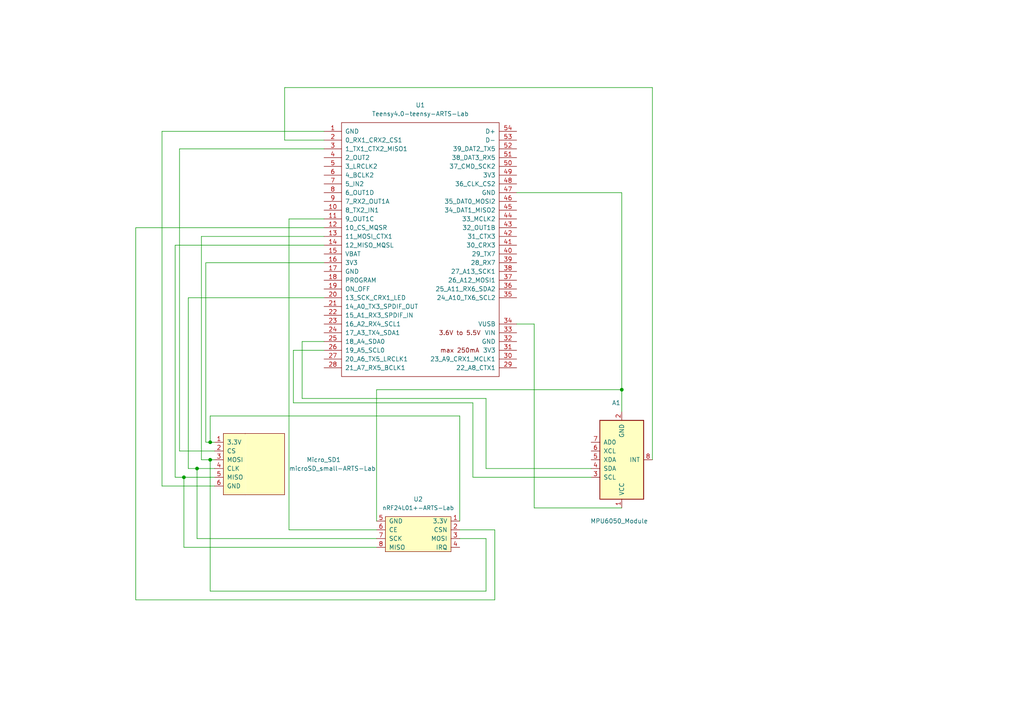
<source format=kicad_sch>
(kicad_sch (version 20230121) (generator eeschema)
  (paper "A4")
  (lib_symbols
    (symbol "Charleslabs_Parts:MPU6050_Module" (pin_names (offset 1.016))
      (property "Reference" "A" (at -5.08 12.7 0))
      (property "Value" "MPU6050_Module" (at 8.89 12.7 0))
      (symbol "MPU6050_Module_0_1"
        (rectangle (start -6.35 11.43) (end 6.35 -11.43) (stroke (width 0.254)) (fill (type background)))
      )
      (symbol "MPU6050_Module_1_1"
        (pin power_in line (at 0 13.97 270) (length 2.54) (name "VCC") (number "1"))
        (pin power_in line (at 0 -13.97 90) (length 2.54) (name "GND") (number "2"))
        (pin input line (at -8.89 5.08 0) (length 2.54) (name "SCL") (number "3"))
        (pin input line (at -8.89 2.54 0) (length 2.54) (name "SDA") (number "4"))
        (pin input line (at -8.89 0 0) (length 2.54) (name "XDA") (number "5"))
        (pin input line (at -8.89 -2.54 0) (length 2.54) (name "XCL") (number "6"))
        (pin input line (at -8.89 -5.08 0) (length 2.54) (name "AD0") (number "7"))
        (pin output line (at 8.89 0 180) (length 2.54) (name "INT") (number "8"))
      )
    )
    (symbol "Vibration_Sensor-rescue:Teensy4.0-teensy-ARTS-Lab" (pin_names (offset 1.016))
      (property "Reference" "U" (at 0 39.37 0))
      (property "Value" "Teensy4.0-teensy-ARTS-Lab" (at 0 -39.37 0))
      (symbol "Teensy4.0-teensy-ARTS-Lab_0_0"
        (text "3.6V to 5.5V" (at 11.43 -24.13 0) (effects (font (size 1.27 1.27))))
        (text "max 250mA" (at 11.43 -29.21 0) (effects (font (size 1.27 1.27))))
        (pin bidirectional line (at -27.94 11.43 0) (length 5.08) (name "8_TX2_IN1") (number "10"))
        (pin bidirectional line (at -27.94 8.89 0) (length 5.08) (name "9_OUT1C") (number "11"))
        (pin bidirectional line (at -27.94 6.35 0) (length 5.08) (name "10_CS_MQSR") (number "12"))
        (pin bidirectional line (at -27.94 3.81 0) (length 5.08) (name "11_MOSI_CTX1") (number "13"))
        (pin bidirectional line (at -27.94 1.27 0) (length 5.08) (name "12_MISO_MQSL") (number "14"))
        (pin power_in line (at -27.94 -1.27 0) (length 5.08) (name "VBAT") (number "15"))
        (pin power_in line (at -27.94 -3.81 0) (length 5.08) (name "3V3") (number "16"))
        (pin power_in line (at -27.94 -6.35 0) (length 5.08) (name "GND") (number "17"))
        (pin input line (at -27.94 -8.89 0) (length 5.08) (name "PROGRAM") (number "18"))
        (pin input line (at -27.94 -11.43 0) (length 5.08) (name "ON_OFF") (number "19"))
        (pin bidirectional line (at -27.94 -13.97 0) (length 5.08) (name "13_SCK_CRX1_LED") (number "20"))
        (pin bidirectional line (at -27.94 -16.51 0) (length 5.08) (name "14_A0_TX3_SPDIF_OUT") (number "21"))
        (pin bidirectional line (at -27.94 -19.05 0) (length 5.08) (name "15_A1_RX3_SPDIF_IN") (number "22"))
        (pin bidirectional line (at -27.94 -21.59 0) (length 5.08) (name "16_A2_RX4_SCL1") (number "23"))
        (pin bidirectional line (at -27.94 -24.13 0) (length 5.08) (name "17_A3_TX4_SDA1") (number "24"))
        (pin bidirectional line (at -27.94 -26.67 0) (length 5.08) (name "18_A4_SDA0") (number "25"))
        (pin bidirectional line (at -27.94 -29.21 0) (length 5.08) (name "19_A5_SCL0") (number "26"))
        (pin bidirectional line (at -27.94 -31.75 0) (length 5.08) (name "20_A6_TX5_LRCLK1") (number "27"))
        (pin bidirectional line (at -27.94 -34.29 0) (length 5.08) (name "21_A7_RX5_BCLK1") (number "28"))
        (pin bidirectional line (at 27.94 -34.29 180) (length 5.08) (name "22_A8_CTX1") (number "29"))
        (pin bidirectional line (at 27.94 -31.75 180) (length 5.08) (name "23_A9_CRX1_MCLK1") (number "30"))
        (pin power_out line (at 27.94 -29.21 180) (length 5.08) (name "3V3") (number "31"))
        (pin power_in line (at 27.94 -26.67 180) (length 5.08) (name "GND") (number "32"))
        (pin power_in line (at 27.94 -24.13 180) (length 5.08) (name "VIN") (number "33"))
        (pin power_out line (at 27.94 -21.59 180) (length 5.08) (name "VUSB") (number "34"))
        (pin bidirectional line (at 27.94 -13.97 180) (length 5.08) (name "24_A10_TX6_SCL2") (number "35"))
        (pin bidirectional line (at 27.94 -11.43 180) (length 5.08) (name "25_A11_RX6_SDA2") (number "36"))
        (pin bidirectional line (at 27.94 -8.89 180) (length 5.08) (name "26_A12_MOSI1") (number "37"))
        (pin bidirectional line (at 27.94 -6.35 180) (length 5.08) (name "27_A13_SCK1") (number "38"))
        (pin bidirectional line (at 27.94 -3.81 180) (length 5.08) (name "28_RX7") (number "39"))
        (pin bidirectional line (at 27.94 -1.27 180) (length 5.08) (name "29_TX7") (number "40"))
        (pin bidirectional line (at 27.94 1.27 180) (length 5.08) (name "30_CRX3") (number "41"))
        (pin bidirectional line (at 27.94 3.81 180) (length 5.08) (name "31_CTX3") (number "42"))
        (pin bidirectional line (at 27.94 6.35 180) (length 5.08) (name "32_OUT1B") (number "43"))
        (pin bidirectional line (at 27.94 8.89 180) (length 5.08) (name "33_MCLK2") (number "44"))
        (pin bidirectional line (at 27.94 11.43 180) (length 5.08) (name "34_DAT1_MISO2") (number "45"))
        (pin bidirectional line (at 27.94 13.97 180) (length 5.08) (name "35_DAT0_MOSI2") (number "46"))
        (pin power_out line (at 27.94 16.51 180) (length 5.08) (name "GND") (number "47"))
        (pin bidirectional line (at 27.94 19.05 180) (length 5.08) (name "36_CLK_CS2") (number "48"))
        (pin power_out line (at 27.94 21.59 180) (length 5.08) (name "3V3") (number "49"))
        (pin bidirectional line (at -27.94 24.13 0) (length 5.08) (name "3_LRCLK2") (number "5"))
        (pin bidirectional line (at 27.94 24.13 180) (length 5.08) (name "37_CMD_SCK2") (number "50"))
        (pin bidirectional line (at 27.94 26.67 180) (length 5.08) (name "38_DAT3_RX5") (number "51"))
        (pin bidirectional line (at 27.94 29.21 180) (length 5.08) (name "39_DAT2_TX5") (number "52"))
        (pin bidirectional line (at 27.94 31.75 180) (length 5.08) (name "D-") (number "53"))
        (pin bidirectional line (at 27.94 34.29 180) (length 5.08) (name "D+") (number "54"))
        (pin bidirectional line (at -27.94 21.59 0) (length 5.08) (name "4_BCLK2") (number "6"))
        (pin bidirectional line (at -27.94 19.05 0) (length 5.08) (name "5_IN2") (number "7"))
        (pin bidirectional line (at -27.94 16.51 0) (length 5.08) (name "6_OUT1D") (number "8"))
        (pin bidirectional line (at -27.94 13.97 0) (length 5.08) (name "7_RX2_OUT1A") (number "9"))
      )
      (symbol "Teensy4.0-teensy-ARTS-Lab_0_1"
        (rectangle (start -22.86 36.83) (end 22.86 -36.83))
        (rectangle (start -20.32 -31.75) (end -20.32 -31.75))
      )
      (symbol "Teensy4.0-teensy-ARTS-Lab_1_1"
        (pin power_in line (at -27.94 34.29 0) (length 5.08) (name "GND") (number "1"))
        (pin bidirectional line (at -27.94 31.75 0) (length 5.08) (name "0_RX1_CRX2_CS1") (number "2"))
        (pin bidirectional line (at -27.94 29.21 0) (length 5.08) (name "1_TX1_CTX2_MISO1") (number "3"))
        (pin bidirectional line (at -27.94 26.67 0) (length 5.08) (name "2_OUT2") (number "4"))
      )
    )
    (symbol "Vibration_Sensor-rescue:microSD_small-ARTS-Lab" (pin_names (offset 1.016))
      (property "Reference" "Micro_SD" (at 0 -7.62 0))
      (property "Value" "microSD_small-ARTS-Lab" (at 0 -3.81 0))
      (symbol "microSD_small-ARTS-Lab_0_1"
        (polyline (pts (xy -8.89 -11.43) (xy -8.89 -17.78) (xy 8.89 -17.78) (xy 8.89 -11.43)) (fill (type background)))
        (polyline (pts (xy -8.89 -11.43) (xy -8.89 0) (xy 8.89 0) (xy 8.89 -11.43)) (fill (type background)))
      )
      (symbol "microSD_small-ARTS-Lab_1_1"
        (pin input line (at -6.35 -20.32 90) (length 2.54) (name "3.3V") (number "1"))
        (pin input line (at -3.81 -20.32 90) (length 2.54) (name "CS") (number "2"))
        (pin input line (at -1.27 -20.32 90) (length 2.54) (name "MOSI") (number "3"))
        (pin input line (at 1.27 -20.32 90) (length 2.54) (name "CLK") (number "4"))
        (pin input line (at 3.81 -20.32 90) (length 2.54) (name "MISO") (number "5"))
        (pin input line (at 6.35 -20.32 90) (length 2.54) (name "GND") (number "6"))
      )
    )
    (symbol "Vibration_Sensor-rescue:nRF24L01+-ARTS-Lab" (pin_names (offset 1.016))
      (property "Reference" "U" (at 0 -12.7 0))
      (property "Value" "nRF24L01+-ARTS-Lab" (at 1.27 -10.16 0))
      (symbol "nRF24L01+-ARTS-Lab_0_1"
        (rectangle (start -3.81 0) (end 6.35 -19.05) (fill (type background)))
      )
      (symbol "nRF24L01+-ARTS-Lab_1_1"
        (pin input line (at -2.54 2.54 270) (length 2.54) (name "3.3V") (number "1"))
        (pin input line (at 0 2.54 270) (length 2.54) (name "CSN") (number "2"))
        (pin input line (at 2.54 2.54 270) (length 2.54) (name "MOSI") (number "3"))
        (pin input line (at 5.08 2.54 270) (length 2.54) (name "IRQ") (number "4"))
        (pin input line (at -2.54 -21.59 90) (length 2.54) (name "GND") (number "5"))
        (pin input line (at 0 -21.59 90) (length 2.54) (name "CE") (number "6"))
        (pin input line (at 2.54 -21.59 90) (length 2.54) (name "SCK") (number "7"))
        (pin input line (at 5.08 -21.59 90) (length 2.54) (name "MISO") (number "8"))
      )
    )
  )
  (junction (at 60.96 128.27))
  (junction (at 60.96 133.35))
  (junction (at 180.34 113.03))
  (junction (at 53.34 138.43))
  (junction (at 57.15 135.89))
  (wire (pts (xy 85.09 116.84) (xy 85.09 101.6)))
  (wire (pts (xy 143.51 153.67) (xy 133.35 153.67)))
  (wire (pts (xy 58.42 133.35) (xy 60.96 133.35)))
  (wire (pts (xy 57.15 135.89) (xy 62.23 135.89)))
  (wire (pts (xy 53.34 138.43) (xy 62.23 138.43)))
  (wire (pts (xy 59.69 128.27) (xy 60.96 128.27)))
  (wire (pts (xy 60.96 171.45) (xy 60.96 133.35)))
  (wire (pts (xy 140.97 156.21) (xy 140.97 171.45)))
  (wire (pts (xy 87.63 99.06) (xy 87.63 115.57)))
  (wire (pts (xy 52.07 43.18) (xy 52.07 130.81)))
  (wire (pts (xy 60.96 133.35) (xy 62.23 133.35)))
  (wire (pts (xy 137.16 138.43) (xy 171.45 138.43)))
  (wire (pts (xy 133.35 151.13) (xy 133.35 120.65)))
  (wire (pts (xy 53.34 158.75) (xy 53.34 138.43)))
  (wire (pts (xy 50.8 138.43) (xy 53.34 138.43)))
  (wire (pts (xy 93.98 71.12) (xy 50.8 71.12)))
  (wire (pts (xy 149.86 93.98) (xy 154.94 93.98)))
  (wire (pts (xy 52.07 130.81) (xy 62.23 130.81)))
  (wire (pts (xy 58.42 68.58) (xy 58.42 133.35)))
  (wire (pts (xy 57.15 156.21) (xy 57.15 135.89)))
  (wire (pts (xy 46.99 38.1) (xy 46.99 140.97)))
  (wire (pts (xy 83.82 63.5) (xy 93.98 63.5)))
  (wire (pts (xy 39.37 66.04) (xy 39.37 173.99)))
  (wire (pts (xy 93.98 40.64) (xy 82.55 40.64)))
  (wire (pts (xy 140.97 115.57) (xy 140.97 135.89)))
  (wire (pts (xy 109.22 153.67) (xy 83.82 153.67)))
  (wire (pts (xy 93.98 86.36) (xy 54.61 86.36)))
  (wire (pts (xy 85.09 101.6) (xy 93.98 101.6)))
  (wire (pts (xy 60.96 171.45) (xy 140.97 171.45)))
  (wire (pts (xy 54.61 135.89) (xy 57.15 135.89)))
  (wire (pts (xy 149.86 55.88) (xy 180.34 55.88)))
  (wire (pts (xy 137.16 138.43) (xy 137.16 116.84)))
  (wire (pts (xy 54.61 86.36) (xy 54.61 135.89)))
  (wire (pts (xy 93.98 68.58) (xy 58.42 68.58)))
  (wire (pts (xy 82.55 40.64) (xy 82.55 25.4)))
  (wire (pts (xy 140.97 135.89) (xy 171.45 135.89)))
  (wire (pts (xy 83.82 153.67) (xy 83.82 63.5)))
  (wire (pts (xy 189.23 25.4) (xy 189.23 133.35)))
  (wire (pts (xy 133.35 156.21) (xy 140.97 156.21)))
  (wire (pts (xy 93.98 66.04) (xy 39.37 66.04)))
  (wire (pts (xy 109.22 158.75) (xy 53.34 158.75)))
  (wire (pts (xy 93.98 43.18) (xy 52.07 43.18)))
  (wire (pts (xy 60.96 128.27) (xy 62.23 128.27)))
  (wire (pts (xy 133.35 120.65) (xy 60.96 120.65)))
  (wire (pts (xy 154.94 147.32) (xy 180.34 147.32)))
  (wire (pts (xy 82.55 25.4) (xy 189.23 25.4)))
  (wire (pts (xy 93.98 38.1) (xy 46.99 38.1)))
  (wire (pts (xy 46.99 140.97) (xy 62.23 140.97)))
  (wire (pts (xy 93.98 99.06) (xy 87.63 99.06)))
  (wire (pts (xy 60.96 120.65) (xy 60.96 128.27)))
  (wire (pts (xy 93.98 76.2) (xy 59.69 76.2)))
  (wire (pts (xy 109.22 151.13) (xy 109.22 113.03)))
  (wire (pts (xy 50.8 71.12) (xy 50.8 138.43)))
  (wire (pts (xy 87.63 115.57) (xy 140.97 115.57)))
  (wire (pts (xy 137.16 116.84) (xy 85.09 116.84)))
  (wire (pts (xy 143.51 173.99) (xy 143.51 153.67)))
  (wire (pts (xy 154.94 93.98) (xy 154.94 147.32)))
  (wire (pts (xy 59.69 76.2) (xy 59.69 128.27)))
  (wire (pts (xy 180.34 113.03) (xy 180.34 119.38)))
  (wire (pts (xy 109.22 113.03) (xy 180.34 113.03)))
  (wire (pts (xy 180.34 55.88) (xy 180.34 113.03)))
  (wire (pts (xy 109.22 156.21) (xy 57.15 156.21)))
  (wire (pts (xy 39.37 173.99) (xy 143.51 173.99)))
  (symbol (lib_id "Vibration_Sensor-rescue:microSD_small-ARTS-Lab") (at 82.55 134.62 270) (unit 1)
    (property "Reference" "Micro_SD1" (at 88.9 133.35 90) (effects (justify left)))
    (property "Value" "microSD_small-ARTS-Lab" (at 83.82 135.89 90) (effects (justify left)))
    (property "Footprint" "Arts:small_microSD_v2" (effects hide))
  )
  (symbol (lib_id "Charleslabs_Parts:MPU6050_Module") (at 180.34 133.35 0) (mirror x) (unit 1)
    (property "Reference" "A1" (at 179.9941 116.84 0) (effects (justify right)))
    (property "Value" "MPU6050_Module" (at 187.96 151.13 0) (effects (justify right)))
    (property "Footprint" "Stuff:MPU6050_Module" (effects hide))
  )
  (symbol (lib_id "Vibration_Sensor-rescue:nRF24L01+-ARTS-Lab") (at 130.81 153.67 270) (unit 1)
    (property "Reference" "U2" (at 121.285 144.78 90))
    (property "Value" "nRF24L01+-ARTS-Lab" (at 121.285 147.32 90) (effects (font (size 1.1938 1.1938))))
    (property "Footprint" "Arts:nRF24L01+" (effects hide))
  )
  (symbol (lib_id "Vibration_Sensor-rescue:Teensy4.0-teensy-ARTS-Lab") (at 121.92 72.39 0) (unit 1)
    (property "Reference" "U1" (at 121.92 30.48 0))
    (property "Value" "Teensy4.0-teensy-ARTS-Lab" (at 121.92 33.02 0))
    (property "Footprint" "Arts:Teensy40" (effects hide))
  )
)
</source>
